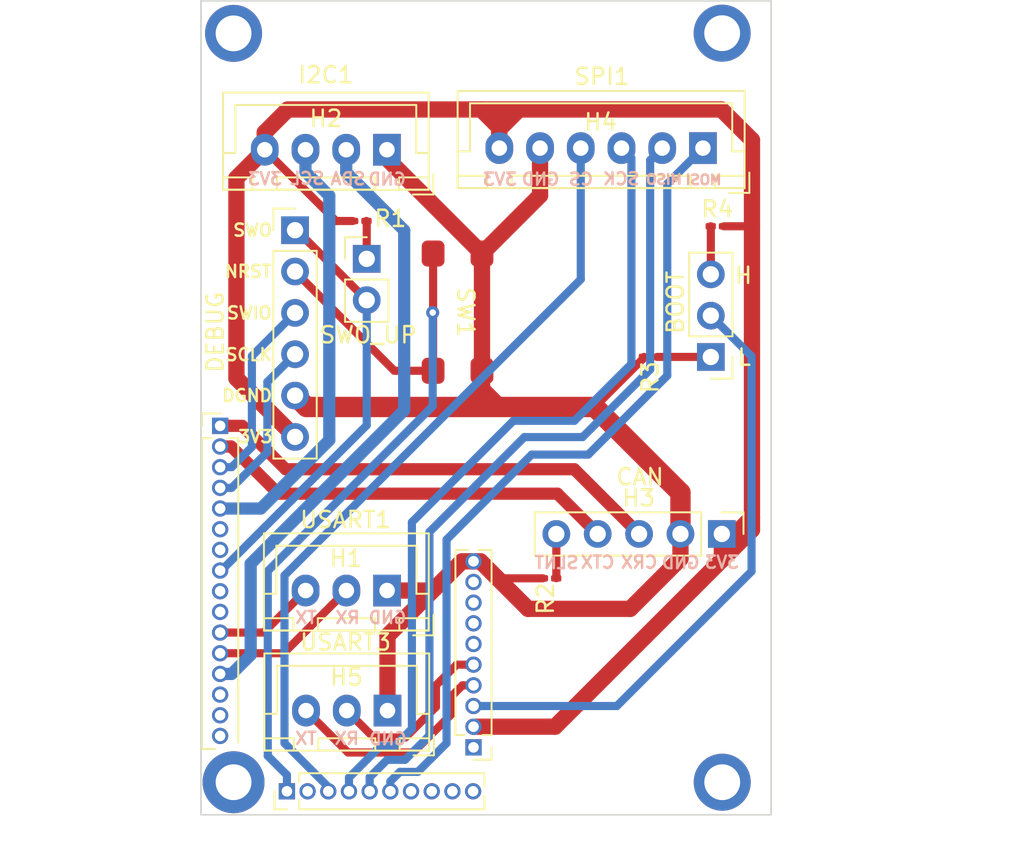
<source format=kicad_pcb>
(kicad_pcb (version 20221018) (generator pcbnew)
  (layers (0 "F.Cu" signal) (31 "B.Cu" signal) (34 "B.Paste" user) (35 "F.Paste" user) (36 "B.SilkS" user "B.Silkscreen") (37 "F.SilkS" user "F.Silkscreen") (38 "B.Mask" user) (39 "F.Mask" user) (44 "Edge.Cuts" user))
  (net 0 "")
  (net 1 "DGND")
  (net 2 "NRST")
  (net 3 "PA3")
  (net 4 "PC4")
  (net 5 "PB0")
  (net 6 "PB1")
  (net 7 "PB2")
  (net 8 "BOOT")
  (net 9 "3V3")
  (net 10 "I2C1_SCL")
  (net 11 "I2C1_SDA")
  (net 12 "CAN_TX")
  (net 13 "CAN_RX")
  (net 20 "UART1TX")
  (net 21 "UART1RX")
  (net 22 "PA5_SPI1_SCK")
  (net 23 "PA6_SPI1_MISO")
  (net 24 "PA7_SPI1_MOSI")
  (net 25 "PA4_SPI1_SS")
  (net 26 "UART3RX")
  (net 27 "UART3TX")
  (net 28 "SWO")
  (net 29 "SWDIO")
  (net 30 "SWCLK")
  (net 36 "Net-(JP0-Pin_3)")
  (net 37 "Net-(H3-Pin_5)")
  (net 38 "Net-(JP0-Pin_1)")
  (net 39 "Net-(JP1-A)")
  (footprint "Resistor_SMD:R_0201_0603Metric_Pad0.64x0.40mm_HandSolder" (layer "F.Cu") (at 146.575 102.725 180)
    (fp_text reference "R3" (at 0.025 -1.25 90) (layer "F.SilkS"))
    (fp_text value "10k")
    (pad "1" smd roundrect (at -0.4075 0 180) (size 0.635 0.4) (layers "F.Cu" "F.Mask") (net 38 "Net-(JP0-Pin_1)"))
    (pad "2" smd roundrect (at 0.4075 0 180) (size 0.635 0.4) (layers "F.Cu" "F.Mask") (net 1 "DGND"))
  )
  (footprint "MountingHole:MountingHole_2.2mm_M2_ISO7380_Pad" (layer "F.Cu") (at 150.975 128.85)
    (fp_text reference "M2" hide)
    (fp_text value "MountingHole_2.2mm_M2_ISO7380_Pad")
    (pad "1" thru_hole circle locked (at 0 0) (size 3.5 3.5) (drill 2.2) (layers "*.Cu" "*.Mask"))
  )
  (footprint "Connector_JST:JST_XH_B4B-XH-A_1x04_P2.50mm_Vertical" (layer "F.Cu") (at 130.39 89.998 180)
    (fp_text reference "H2" (at 3.75 1.92) (layer "F.SilkS"))
    (fp_text value "I2C1" (at 3.75 4.6) (layer "F.SilkS"))
    (fp_line (start -2.85 -2.75) (end -2.85 -1.5) (stroke (width 0.12)) (layer "F.SilkS"))
    (fp_line (start -2.56 -2.46) (end -2.56 3.51) (stroke (width 0.12)) (layer "F.SilkS"))
    (fp_line (start -2.56 3.51) (end 10.06 3.51) (stroke (width 0.12)) (layer "F.SilkS"))
    (fp_line (start -2.55 -2.45) (end -2.55 -1.7) (stroke (width 0.12)) (layer "F.SilkS"))
    (fp_line (start -2.55 -1.7) (end -0.75 -1.7) (stroke (width 0.12)) (layer "F.SilkS"))
    (fp_line (start -2.55 -0.2) (end -1.8 -0.2) (stroke (width 0.12)) (layer "F.SilkS"))
    (fp_line (start -1.8 -0.2) (end -1.8 2.75) (stroke (width 0.12)) (layer "F.SilkS"))
    (fp_line (start -1.8 2.75) (end 3.75 2.75) (stroke (width 0.12)) (layer "F.SilkS"))
    (fp_line (start -1.6 -2.75) (end -2.85 -2.75) (stroke (width 0.12)) (layer "F.SilkS"))
    (fp_line (start -0.75 -2.45) (end -2.55 -2.45) (stroke (width 0.12)) (layer "F.SilkS"))
    (fp_line (start -0.75 -1.7) (end -0.75 -2.45) (stroke (width 0.12)) (layer "F.SilkS"))
    (fp_line (start 0.75 -2.45) (end 0.75 -1.7) (stroke (width 0.12)) (layer "F.SilkS"))
    (fp_line (start 0.75 -1.7) (end 6.75 -1.7) (stroke (width 0.12)) (layer "F.SilkS"))
    (fp_line (start 6.75 -2.45) (end 0.75 -2.45) (stroke (width 0.12)) (layer "F.SilkS"))
    (fp_line (start 6.75 -1.7) (end 6.75 -2.45) (stroke (width 0.12)) (layer "F.SilkS"))
    (fp_line (start 8.25 -2.45) (end 8.25 -1.7) (stroke (width 0.12)) (layer "F.SilkS"))
    (fp_line (start 8.25 -1.7) (end 10.05 -1.7) (stroke (width 0.12)) (layer "F.SilkS"))
    (fp_line (start 9.3 -0.2) (end 9.3 2.75) (stroke (width 0.12)) (layer "F.SilkS"))
    (fp_line (start 9.3 2.75) (end 3.75 2.75) (stroke (width 0.12)) (layer "F.SilkS"))
    (fp_line (start 10.05 -2.45) (end 8.25 -2.45) (stroke (width 0.12)) (layer "F.SilkS"))
    (fp_line (start 10.05 -1.7) (end 10.05 -2.45) (stroke (width 0.12)) (layer "F.SilkS"))
    (fp_line (start 10.05 -0.2) (end 9.3 -0.2) (stroke (width 0.12)) (layer "F.SilkS"))
    (fp_line (start 10.06 -2.46) (end -2.56 -2.46) (stroke (width 0.12)) (layer "F.SilkS"))
    (fp_line (start 10.06 3.51) (end 10.06 -2.46) (stroke (width 0.12)) (layer "F.SilkS"))
    (pad "1" thru_hole rect (at 0 0 180) (size 1.7 1.95) (drill 0.95) (layers "*.Cu" "*.Mask") (net 1 "DGND"))
    (pad "2" thru_hole oval (at 2.5 0 180) (size 1.7 1.95) (drill 0.95) (layers "*.Cu" "*.Mask") (net 11 "I2C1_SDA"))
    (pad "3" thru_hole oval (at 5 0 180) (size 1.7 1.95) (drill 0.95) (layers "*.Cu" "*.Mask") (net 10 "I2C1_SCL"))
    (pad "4" thru_hole oval (at 7.5 0 180) (size 1.7 1.95) (drill 0.95) (layers "*.Cu" "*.Mask") (net 9 "3V3"))
  )
  (footprint "Connector_PinHeader_2.54mm:PinHeader_1x06_P2.54mm_Vertical" (layer "F.Cu") (at 124.75 94.94)
    (fp_text reference "H6")
    (fp_text value "DEBUG" (at -4.9 6.26 90) (layer "F.SilkS"))
    (fp_line (start -1.33 -1.33) (end 0 -1.33) (stroke (width 0.12)) (layer "F.SilkS"))
    (fp_line (start -1.33 0) (end -1.33 -1.33) (stroke (width 0.12)) (layer "F.SilkS"))
    (fp_line (start -1.33 1.27) (end -1.33 14.03) (stroke (width 0.12)) (layer "F.SilkS"))
    (fp_line (start -1.33 1.27) (end 1.33 1.27) (stroke (width 0.12)) (layer "F.SilkS"))
    (fp_line (start -1.33 14.03) (end 1.33 14.03) (stroke (width 0.12)) (layer "F.SilkS"))
    (fp_line (start 1.33 1.27) (end 1.33 14.03) (stroke (width 0.12)) (layer "F.SilkS"))
    (pad "1" thru_hole rect (at 0 0) (size 1.7 1.7) (drill 1) (layers "*.Cu" "*.Mask") (net 28 "SWO"))
    (pad "2" thru_hole oval (at 0 2.54) (size 1.7 1.7) (drill 1) (layers "*.Cu" "*.Mask") (net 2 "NRST"))
    (pad "3" thru_hole oval (at 0 5.08) (size 1.7 1.7) (drill 1) (layers "*.Cu" "*.Mask") (net 29 "SWDIO"))
    (pad "4" thru_hole oval (at 0 7.62) (size 1.7 1.7) (drill 1) (layers "*.Cu" "*.Mask") (net 30 "SWCLK"))
    (pad "5" thru_hole oval (at 0 10.16) (size 1.7 1.7) (drill 1) (layers "*.Cu" "*.Mask") (net 1 "DGND"))
    (pad "6" thru_hole oval (at 0 12.7) (size 1.7 1.7) (drill 1) (layers "*.Cu" "*.Mask") (net 9 "3V3"))
  )
  (footprint "Connector_JST:JST_XH_B6B-XH-A_1x06_P2.50mm_Vertical" (layer "F.Cu") (at 149.79 89.898 180)
    (fp_text reference "H4" (at 6.28 1.6) (layer "F.SilkS"))
    (fp_text value "SPI1" (at 6.2 4.4) (layer "F.SilkS"))
    (fp_line (start -2.85 -2.75) (end -2.85 -1.5) (stroke (width 0.12)) (layer "F.SilkS"))
    (fp_line (start -2.56 -2.46) (end -2.56 3.51) (stroke (width 0.12)) (layer "F.SilkS"))
    (fp_line (start -2.56 3.51) (end 15.06 3.51) (stroke (width 0.12)) (layer "F.SilkS"))
    (fp_line (start -2.55 -2.45) (end -2.55 -1.7) (stroke (width 0.12)) (layer "F.SilkS"))
    (fp_line (start -2.55 -1.7) (end -0.75 -1.7) (stroke (width 0.12)) (layer "F.SilkS"))
    (fp_line (start -2.55 -0.2) (end -1.8 -0.2) (stroke (width 0.12)) (layer "F.SilkS"))
    (fp_line (start -1.8 -0.2) (end -1.8 2.75) (stroke (width 0.12)) (layer "F.SilkS"))
    (fp_line (start -1.8 2.75) (end 6.25 2.75) (stroke (width 0.12)) (layer "F.SilkS"))
    (fp_line (start -1.6 -2.75) (end -2.85 -2.75) (stroke (width 0.12)) (layer "F.SilkS"))
    (fp_line (start -0.75 -2.45) (end -2.55 -2.45) (stroke (width 0.12)) (layer "F.SilkS"))
    (fp_line (start -0.75 -1.7) (end -0.75 -2.45) (stroke (width 0.12)) (layer "F.SilkS"))
    (fp_line (start 0.75 -2.45) (end 0.75 -1.7) (stroke (width 0.12)) (layer "F.SilkS"))
    (fp_line (start 0.75 -1.7) (end 11.75 -1.7) (stroke (width 0.12)) (layer "F.SilkS"))
    (fp_line (start 11.75 -2.45) (end 0.75 -2.45) (stroke (width 0.12)) (layer "F.SilkS"))
    (fp_line (start 11.75 -1.7) (end 11.75 -2.45) (stroke (width 0.12)) (layer "F.SilkS"))
    (fp_line (start 13.25 -2.45) (end 13.25 -1.7) (stroke (width 0.12)) (layer "F.SilkS"))
    (fp_line (start 13.25 -1.7) (end 15.05 -1.7) (stroke (width 0.12)) (layer "F.SilkS"))
    (fp_line (start 14.3 -0.2) (end 14.3 2.75) (stroke (width 0.12)) (layer "F.SilkS"))
    (fp_line (start 14.3 2.75) (end 6.25 2.75) (stroke (width 0.12)) (layer "F.SilkS"))
    (fp_line (start 15.05 -2.45) (end 13.25 -2.45) (stroke (width 0.12)) (layer "F.SilkS"))
    (fp_line (start 15.05 -1.7) (end 15.05 -2.45) (stroke (width 0.12)) (layer "F.SilkS"))
    (fp_line (start 15.05 -0.2) (end 14.3 -0.2) (stroke (width 0.12)) (layer "F.SilkS"))
    (fp_line (start 15.06 -2.46) (end -2.56 -2.46) (stroke (width 0.12)) (layer "F.SilkS"))
    (fp_line (start 15.06 3.51) (end 15.06 -2.46) (stroke (width 0.12)) (layer "F.SilkS"))
    (pad "1" thru_hole rect (at 0 0 180) (size 1.7 1.95) (drill 0.95) (layers "*.Cu" "*.Mask") (net 24 "PA7_SPI1_MOSI"))
    (pad "2" thru_hole oval (at 2.5 0 180) (size 1.7 1.95) (drill 0.95) (layers "*.Cu" "*.Mask") (net 23 "PA6_SPI1_MISO"))
    (pad "3" thru_hole oval (at 5 0 180) (size 1.7 1.95) (drill 0.95) (layers "*.Cu" "*.Mask") (net 22 "PA5_SPI1_SCK"))
    (pad "4" thru_hole oval (at 7.5 0 180) (size 1.7 1.95) (drill 0.95) (layers "*.Cu" "*.Mask") (net 25 "PA4_SPI1_SS"))
    (pad "5" thru_hole oval (at 10 0 180) (size 1.7 1.95) (drill 0.95) (layers "*.Cu" "*.Mask") (net 1 "DGND"))
    (pad "6" thru_hole oval (at 12.5 0 180) (size 1.7 1.95) (drill 0.95) (layers "*.Cu" "*.Mask") (net 9 "3V3"))
  )
  (footprint "Resistor_SMD:R_0201_0603Metric_Pad0.64x0.40mm_HandSolder" (layer "F.Cu") (at 150.675 94.7)
    (fp_text reference "R4" (at 0 -1.05) (layer "F.SilkS"))
    (fp_text value "10k")
    (pad "1" smd roundrect (at -0.4075 0) (size 0.635 0.4) (layers "F.Cu" "F.Mask") (net 36 "Net-(JP0-Pin_3)"))
    (pad "2" smd roundrect (at 0.4075 0) (size 0.635 0.4) (layers "F.Cu" "F.Mask") (net 9 "3V3"))
  )
  (footprint "Connector_PinHeader_2.54mm:PinHeader_1x03_P2.54mm_Vertical" (layer "F.Cu") (at 150.275 102.73 180)
    (fp_text reference "JP0")
    (fp_text value "BOOT" (at 2.175 3.355 90) (layer "F.SilkS"))
    (fp_line (start -1.33 -1.33) (end 0 -1.33) (stroke (width 0.12)) (layer "F.SilkS"))
    (fp_line (start -1.33 0) (end -1.33 -1.33) (stroke (width 0.12)) (layer "F.SilkS"))
    (fp_line (start -1.33 1.27) (end -1.33 6.41) (stroke (width 0.12)) (layer "F.SilkS"))
    (fp_line (start -1.33 1.27) (end 1.33 1.27) (stroke (width 0.12)) (layer "F.SilkS"))
    (fp_line (start -1.33 6.41) (end 1.33 6.41) (stroke (width 0.12)) (layer "F.SilkS"))
    (fp_line (start 1.33 1.27) (end 1.33 6.41) (stroke (width 0.12)) (layer "F.SilkS"))
    (pad "1" thru_hole rect (at 0 0 180) (size 1.7 1.7) (drill 1) (layers "*.Cu" "*.Mask") (net 38 "Net-(JP0-Pin_1)"))
    (pad "2" thru_hole oval (at 0 2.54 180) (size 1.7 1.7) (drill 1) (layers "*.Cu" "*.Mask") (net 8 "BOOT"))
    (pad "3" thru_hole oval (at 0 5.08 180) (size 1.7 1.7) (drill 1) (layers "*.Cu" "*.Mask") (net 36 "Net-(JP0-Pin_3)"))
  )
  (footprint "Connector_PinHeader_2.54mm:PinHeader_1x05_P2.54mm_Vertical" (layer "F.Cu") (at 150.95 113.6 -90)
    (fp_text reference "H3" (at -2.2 5.1 -180) (layer "F.SilkS"))
    (fp_text value "CAN" (at -3.5 5.025 -180) (layer "F.SilkS"))
    (fp_line (start -1.33 -1.33) (end 0 -1.33) (stroke (width 0.12)) (layer "F.SilkS"))
    (fp_line (start -1.33 0) (end -1.33 -1.33) (stroke (width 0.12)) (layer "F.SilkS"))
    (fp_line (start -1.33 1.27) (end -1.33 11.49) (stroke (width 0.12)) (layer "F.SilkS"))
    (fp_line (start -1.33 1.27) (end 1.33 1.27) (stroke (width 0.12)) (layer "F.SilkS"))
    (fp_line (start -1.33 11.49) (end 1.33 11.49) (stroke (width 0.12)) (layer "F.SilkS"))
    (fp_line (start 1.33 1.27) (end 1.33 11.49) (stroke (width 0.12)) (layer "F.SilkS"))
    (pad "1" thru_hole rect locked (at 0 0 270) (size 1.7 1.7) (drill 1) (layers "*.Cu" "*.Mask") (net 9 "3V3"))
    (pad "2" thru_hole oval locked (at 0 2.54 270) (size 1.7 1.7) (drill 1) (layers "*.Cu" "*.Mask") (net 1 "DGND"))
    (pad "3" thru_hole oval locked (at 0 5.08 270) (size 1.7 1.7) (drill 1) (layers "*.Cu" "*.Mask") (net 13 "CAN_RX"))
    (pad "4" thru_hole oval locked (at 0 7.62 270) (size 1.7 1.7) (drill 1) (layers "*.Cu" "*.Mask") (net 12 "CAN_TX"))
    (pad "5" thru_hole oval locked (at 0 10.16 270) (size 1.7 1.7) (drill 1) (layers "*.Cu" "*.Mask") (net 37 "Net-(H3-Pin_5)"))
  )
  (footprint "Connector_PinHeader_2.54mm:PinHeader_1x02_P2.54mm_Vertical" (layer "F.Cu") (at 129.15 96.7)
    (fp_text reference "JP1")
    (fp_text value "SWO_UP" (at 0.1 4.675) (layer "F.SilkS"))
    (fp_line (start -1.33 -1.33) (end 0 -1.33) (stroke (width 0.12)) (layer "F.SilkS"))
    (fp_line (start -1.33 0) (end -1.33 -1.33) (stroke (width 0.12)) (layer "F.SilkS"))
    (fp_line (start -1.33 1.27) (end -1.33 3.87) (stroke (width 0.12)) (layer "F.SilkS"))
    (fp_line (start -1.33 1.27) (end 1.33 1.27) (stroke (width 0.12)) (layer "F.SilkS"))
    (fp_line (start -1.33 3.87) (end 1.33 3.87) (stroke (width 0.12)) (layer "F.SilkS"))
    (fp_line (start 1.33 1.27) (end 1.33 3.87) (stroke (width 0.12)) (layer "F.SilkS"))
    (pad "1" thru_hole rect (at 0 0) (size 1.7 1.7) (drill 1) (layers "*.Cu" "*.Mask") (net 39 "Net-(JP1-A)"))
    (pad "2" thru_hole oval (at 0 2.54) (size 1.7 1.7) (drill 1) (layers "*.Cu" "*.Mask") (net 28 "SWO"))
  )
  (footprint "MountingHole:MountingHole_2.2mm_M2_ISO7380_Pad" (layer "F.Cu") (at 150.97 82.838)
    (fp_text reference "M4" hide)
    (fp_text value "MountingHole_2.2mm_M2_ISO7380_Pad")
    (pad "1" thru_hole circle locked (at 0 0) (size 3.5 3.5) (drill 2.2) (layers "*.Cu" "*.Mask"))
  )
  (footprint "Connector_JST:JST_XH_B3B-XH-A_1x03_P2.50mm_Vertical" (layer "F.Cu") (at 130.4 117.075 180)
    (fp_text reference "H1" (at 2.525 1.975) (layer "F.SilkS"))
    (fp_text value "USART1" (at 2.55 4.35) (layer "F.SilkS"))
    (fp_line (start -2.85 -2.75) (end -2.85 -1.5) (stroke (width 0.12)) (layer "F.SilkS"))
    (fp_line (start -2.56 -2.46) (end -2.56 3.51) (stroke (width 0.12)) (layer "F.SilkS"))
    (fp_line (start -2.56 3.51) (end 7.56 3.51) (stroke (width 0.12)) (layer "F.SilkS"))
    (fp_line (start -2.55 -2.45) (end -2.55 -1.7) (stroke (width 0.12)) (layer "F.SilkS"))
    (fp_line (start -2.55 -1.7) (end -0.75 -1.7) (stroke (width 0.12)) (layer "F.SilkS"))
    (fp_line (start -2.55 -0.2) (end -1.8 -0.2) (stroke (width 0.12)) (layer "F.SilkS"))
    (fp_line (start -1.8 -0.2) (end -1.8 2.75) (stroke (width 0.12)) (layer "F.SilkS"))
    (fp_line (start -1.8 2.75) (end 2.5 2.75) (stroke (width 0.12)) (layer "F.SilkS"))
    (fp_line (start -1.6 -2.75) (end -2.85 -2.75) (stroke (width 0.12)) (layer "F.SilkS"))
    (fp_line (start -0.75 -2.45) (end -2.55 -2.45) (stroke (width 0.12)) (layer "F.SilkS"))
    (fp_line (start -0.75 -1.7) (end -0.75 -2.45) (stroke (width 0.12)) (layer "F.SilkS"))
    (fp_line (start 0.75 -2.45) (end 0.75 -1.7) (stroke (width 0.12)) (layer "F.SilkS"))
    (fp_line (start 0.75 -1.7) (end 4.25 -1.7) (stroke (width 0.12)) (layer "F.SilkS"))
    (fp_line (start 4.25 -2.45) (end 0.75 -2.45) (stroke (width 0.12)) (layer "F.SilkS"))
    (fp_line (start 4.25 -1.7) (end 4.25 -2.45) (stroke (width 0.12)) (layer "F.SilkS"))
    (fp_line (start 5.75 -2.45) (end 5.75 -1.7) (stroke (width 0.12)) (layer "F.SilkS"))
    (fp_line (start 5.75 -1.7) (end 7.55 -1.7) (stroke (width 0.12)) (layer "F.SilkS"))
    (fp_line (start 6.8 -0.2) (end 6.8 2.75) (stroke (width 0.12)) (layer "F.SilkS"))
    (fp_line (start 6.8 2.75) (end 2.5 2.75) (stroke (width 0.12)) (layer "F.SilkS"))
    (fp_line (start 7.55 -2.45) (end 5.75 -2.45) (stroke (width 0.12)) (layer "F.SilkS"))
    (fp_line (start 7.55 -1.7) (end 7.55 -2.45) (stroke (width 0.12)) (layer "F.SilkS"))
    (fp_line (start 7.55 -0.2) (end 6.8 -0.2) (stroke (width 0.12)) (layer "F.SilkS"))
    (fp_line (start 7.56 -2.46) (end -2.56 -2.46) (stroke (width 0.12)) (layer "F.SilkS"))
    (fp_line (start 7.56 3.51) (end 7.56 -2.46) (stroke (width 0.12)) (layer "F.SilkS"))
    (pad "1" thru_hole rect (at 0 0 180) (size 1.7 1.95) (drill 0.95) (layers "*.Cu" "*.Mask") (net 1 "DGND"))
    (pad "2" thru_hole oval (at 2.5 0 180) (size 1.7 1.95) (drill 0.95) (layers "*.Cu" "*.Mask") (net 21 "UART1RX"))
    (pad "3" thru_hole oval (at 5 0 180) (size 1.7 1.95) (drill 0.95) (layers "*.Cu" "*.Mask") (net 20 "UART1TX"))
  )
  (footprint "Platform Footprints:QVADRANS_V1_headers" (layer "F.Cu") (at 120.15 126.008)
    (fp_text reference "U1" hide)
    (fp_text value "~")
    (fp_line (start -1.11 -19.81) (end 0 -19.81) (stroke (width 0.12)) (layer "F.SilkS"))
    (fp_line (start -1.11 -19.05) (end -1.11 -19.81) (stroke (width 0.12)) (layer "F.SilkS"))
    (fp_line (start -1.11 -18.29) (end -1.11 0.8) (stroke (width 0.12)) (layer "F.SilkS"))
    (fp_line (start -1.11 -18.29) (end -0.563471 -18.29) (stroke (width 0.12)) (layer "F.SilkS"))
    (fp_line (start -1.11 0.8) (end -0.30753 0.8) (stroke (width 0.12)) (layer "F.SilkS"))
    (fp_line (start 0.563471 -18.29) (end 1.11 -18.29) (stroke (width 0.12)) (layer "F.SilkS"))
    (fp_line (start 1.11 -18.29) (end 1.11 0.4) (stroke (width 0.12)) (layer "F.SilkS"))
    (fp_line (start 3.34 4.51) (end 3.34 3.4) (stroke (width 0.12)) (layer "F.SilkS"))
    (fp_line (start 4.1 4.51) (end 3.34 4.51) (stroke (width 0.12)) (layer "F.SilkS"))
    (fp_line (start 4.86 2.29) (end 16.225 2.29) (stroke (width 0.12)) (layer "F.SilkS"))
    (fp_line (start 4.86 2.836529) (end 4.86 2.29) (stroke (width 0.12)) (layer "F.SilkS"))
    (fp_line (start 4.86 4.51) (end 4.86 3.963471) (stroke (width 0.12)) (layer "F.SilkS"))
    (fp_line (start 4.86 4.51) (end 16.225 4.51) (stroke (width 0.12)) (layer "F.SilkS"))
    (fp_line (start 14.445 -0.058) (end 14.445 -11.423) (stroke (width 0.12)) (layer "F.SilkS"))
    (fp_line (start 14.991529 -0.058) (end 14.445 -0.058) (stroke (width 0.12)) (layer "F.SilkS"))
    (fp_line (start 15.24747 -11.423) (end 14.445 -11.423) (stroke (width 0.12)) (layer "F.SilkS"))
    (fp_line (start 16.225 3.09247) (end 16.225 2.29) (stroke (width 0.12)) (layer "F.SilkS"))
    (fp_line (start 16.225 4.51) (end 16.225 3.70753) (stroke (width 0.12)) (layer "F.SilkS"))
    (fp_line (start 16.665 -11.423) (end 15.86253 -11.423) (stroke (width 0.12)) (layer "F.SilkS"))
    (fp_line (start 16.665 -0.058) (end 16.118471 -0.058) (stroke (width 0.12)) (layer "F.SilkS"))
    (fp_line (start 16.665 -0.058) (end 16.665 -11.423) (stroke (width 0.12)) (layer "F.SilkS"))
    (fp_line (start 16.665 0.702) (end 16.665 1.462) (stroke (width 0.12)) (layer "F.SilkS"))
    (fp_line (start 16.665 1.462) (end 15.555 1.462) (stroke (width 0.12)) (layer "F.SilkS"))
    (pad "3V3" thru_hole oval locked (at 15.555 -0.568 180) (size 1 1) (drill 0.65) (layers "*.Cu" "*.Mask") (net 9 "3V3"))
    (pad "5V" thru_hole oval locked (at 15.555 -9.458 180) (size 1 1) (drill 0.65) (layers "*.Cu" "*.Mask"))
    (pad "12V" thru_hole oval locked (at 15.555 -8.188 180) (size 1 1) (drill 0.65) (layers "*.Cu" "*.Mask"))
    (pad "BOOT" thru_hole oval locked (at 15.555 -1.838 180) (size 1 1) (drill 0.65) (layers "*.Cu" "*.Mask") (net 8 "BOOT"))
    (pad "DGND" thru_hole oval locked (at 15.555 -10.728 180) (size 1 1) (drill 0.65) (layers "*.Cu" "*.Mask") (net 1 "DGND"))
    (pad "DGND" thru_hole rect locked (at 15.555 0.702 180) (size 1 1) (drill 0.65) (layers "*.Cu" "*.Mask") (net 1 "DGND"))
    (pad "NRST" thru_hole rect locked (at 4.1 3.4 90) (size 1 1) (drill 0.65) (layers "*.Cu" "*.Mask") (net 2 "NRST"))
    (pad "PA3" thru_hole oval locked (at 5.37 3.4 90) (size 1 1) (drill 0.65) (layers "*.Cu" "*.Mask") (net 3 "PA3"))
    (pad "PA4" thru_hole oval locked (at 6.64 3.4 90) (size 1 1) (drill 0.65) (layers "*.Cu" "*.Mask") (net 25 "PA4_SPI1_SS"))
    (pad "PA5" thru_hole oval locked (at 7.91 3.4 90) (size 1 1) (drill 0.65) (layers "*.Cu" "*.Mask") (net 22 "PA5_SPI1_SCK"))
    (pad "PA6" thru_hole oval locked (at 9.18 3.4 90) (size 1 1) (drill 0.65) (layers "*.Cu" "*.Mask") (net 23 "PA6_SPI1_MISO"))
    (pad "PA7" thru_hole oval locked (at 10.45 3.4 90) (size 1 1) (drill 0.65) (layers "*.Cu" "*.Mask") (net 24 "PA7_SPI1_MOSI"))
    (pad "PA11" thru_hole rect locked (at 0 -19.05) (size 1 1) (drill 0.65) (layers "*.Cu" "*.Mask") (net 13 "CAN_RX"))
    (pad "PA12" thru_hole oval locked (at 0 -17.78) (size 1 1) (drill 0.65) (layers "*.Cu" "*.Mask") (net 12 "CAN_TX"))
    (pad "PA13" thru_hole oval locked (at 0 -16.51) (size 1 1) (drill 0.65) (layers "*.Cu" "*.Mask") (net 29 "SWDIO"))
    (pad "PA14" thru_hole oval locked (at 0 -15.24) (size 1 1) (drill 0.65) (layers "*.Cu" "*.Mask") (net 30 "SWCLK"))
    (pad "PA15" thru_hole oval locked (at 0 -13.97) (size 1 1) (drill 0.65) (layers "*.Cu" "*.Mask") (net 10 "I2C1_SCL"))
    (pad "PB0" thru_hole oval locked (at 12.99 3.4 90) (size 1 1) (drill 0.65) (layers "*.Cu" "*.Mask") (net 5 "PB0"))
    (pad "PB1" thru_hole oval locked (at 14.26 3.4 90) (size 1 1) (drill 0.65) (layers "*.Cu" "*.Mask") (net 6 "PB1"))
    (pad "PB2" thru_hole oval locked (at 15.53 3.4 90) (size 1 1) (drill 0.65) (layers "*.Cu" "*.Mask") (net 7 "PB2"))
    (pad "PB3" thru_hole oval locked (at 0 -10.16) (size 1 1) (drill 0.65) (layers "*.Cu" "*.Mask") (net 28 "SWO"))
    (pad "PB4" thru_hole oval locked (at 0 -8.89) (size 1 1) (drill 0.65) (layers "*.Cu" "*.Mask"))
    (pad "PB5" thru_hole oval locked (at 0 -7.62) (size 1 1) (drill 0.65) (layers "*.Cu" "*.Mask"))
    (pad "PB6" thru_hole oval locked (at 0 -6.35) (size 1 1) (drill 0.65) (layers "*.Cu" "*.Mask") (net 20 "UART1TX"))
    (pad "PB7" thru_hole oval locked (at 0 -5.08) (size 1 1) (drill 0.65) (layers "*.Cu" "*.Mask") (net 21 "UART1RX"))
    (pad "PB9" thru_hole oval locked (at 0 -3.81) (size 1 1) (drill 0.65) (layers "*.Cu" "*.Mask") (net 11 "I2C1_SDA"))
    (pad "PB10" thru_hole oval locked (at 15.555 -3.108 180) (size 1 1) (drill 0.65) (layers "*.Cu" "*.Mask") (net 27 "UART3TX"))
    (pad "PB11" thru_hole oval locked (at 15.555 -4.378 180) (size 1 1) (drill 0.65) (layers "*.Cu" "*.Mask") (net 26 "UART3RX"))
    (pad "PB12" thru_hole oval locked (at 15.555 -5.648 180) (size 1 1) (drill 0.65) (layers "*.Cu" "*.Mask"))
    (pad "PC4" thru_hole oval locked (at 11.72 3.4 90) (size 1 1) (drill 0.65) (layers "*.Cu" "*.Mask") (net 4 "PC4"))
    (pad "PC6" thru_hole oval locked (at 15.555 -6.918 180) (size 1 1) (drill 0.65) (layers "*.Cu" "*.Mask"))
    (pad "PC10" thru_hole oval locked (at 0 -12.7) (size 1 1) (drill 0.65) (layers "*.Cu" "*.Mask"))
    (pad "PC11" thru_hole oval locked (at 0 -11.43) (size 1 1) (drill 0.65) (layers "*.Cu" "*.Mask"))
    (pad "PC13" thru_hole oval locked (at 0 -2.54) (size 1 1) (drill 0.65) (layers "*.Cu" "*.Mask"))
    (pad "PC14" thru_hole oval locked (at 0 -1.27) (size 1 1) (drill 0.65) (layers "*.Cu" "*.Mask"))
    (pad "PC15" thru_hole oval locked (at 0 0) (size 1 1) (drill 0.65) (layers "*.Cu" "*.Mask"))
  )
  (footprint "Connector_JST:JST_XH_B3B-XH-A_1x03_P2.50mm_Vertical" (layer "F.Cu") (at 130.425 124.45 180)
    (fp_text reference "H5" (at 2.525 2.05) (layer "F.SilkS"))
    (fp_text value "USART3" (at 2.575 4.2) (layer "F.SilkS"))
    (fp_line (start -2.85 -2.75) (end -2.85 -1.5) (stroke (width 0.12)) (layer "F.SilkS"))
    (fp_line (start -2.56 -2.46) (end -2.56 3.51) (stroke (width 0.12)) (layer "F.SilkS"))
    (fp_line (start -2.56 3.51) (end 7.56 3.51) (stroke (width 0.12)) (layer "F.SilkS"))
    (fp_line (start -2.55 -2.45) (end -2.55 -1.7) (stroke (width 0.12)) (layer "F.SilkS"))
    (fp_line (start -2.55 -1.7) (end -0.75 -1.7) (stroke (width 0.12)) (layer "F.SilkS"))
    (fp_line (start -2.55 -0.2) (end -1.8 -0.2) (stroke (width 0.12)) (layer "F.SilkS"))
    (fp_line (start -1.8 -0.2) (end -1.8 2.75) (stroke (width 0.12)) (layer "F.SilkS"))
    (fp_line (start -1.8 2.75) (end 2.5 2.75) (stroke (width 0.12)) (layer "F.SilkS"))
    (fp_line (start -1.6 -2.75) (end -2.85 -2.75) (stroke (width 0.12)) (layer "F.SilkS"))
    (fp_line (start -0.75 -2.45) (end -2.55 -2.45) (stroke (width 0.12)) (layer "F.SilkS"))
    (fp_line (start -0.75 -1.7) (end -0.75 -2.45) (stroke (width 0.12)) (layer "F.SilkS"))
    (fp_line (start 0.75 -2.45) (end 0.75 -1.7) (stroke (width 0.12)) (layer "F.SilkS"))
    (fp_line (start 0.75 -1.7) (end 4.25 -1.7) (stroke (width 0.12)) (layer "F.SilkS"))
    (fp_line (start 4.25 -2.45) (end 0.75 -2.45) (stroke (width 0.12)) (layer "F.SilkS"))
    (fp_line (start 4.25 -1.7) (end 4.25 -2.45) (stroke (width 0.12)) (layer "F.SilkS"))
    (fp_line (start 5.75 -2.45) (end 5.75 -1.7) (stroke (width 0.12)) (layer "F.SilkS"))
    (fp_line (start 5.75 -1.7) (end 7.55 -1.7) (stroke (width 0.12)) (layer "F.SilkS"))
    (fp_line (start 6.8 -0.2) (end 6.8 2.75) (stroke (width 0.12)) (layer "F.SilkS"))
    (fp_line (start 6.8 2.75) (end 2.5 2.75) (stroke (width 0.12)) (layer "F.SilkS"))
    (fp_line (start 7.55 -2.45) (end 5.75 -2.45) (stroke (width 0.12)) (layer "F.SilkS"))
    (fp_line (start 7.55 -1.7) (end 7.55 -2.45) (stroke (width 0.12)) (layer "F.SilkS"))
    (fp_line (start 7.55 -0.2) (end 6.8 -0.2) (stroke (width 0.12)) (layer "F.SilkS"))
    (fp_line (start 7.56 -2.46) (end -2.56 -2.46) (stroke (width 0.12)) (layer "F.SilkS"))
    (fp_line (start 7.56 3.51) (end 7.56 -2.46) (stroke (width 0.12)) (layer "F.SilkS"))
    (pad "1" thru_hole rect (at 0 0 180) (size 1.7 1.95) (drill 0.95) (layers "*.Cu" "*.Mask") (net 1 "DGND"))
    (pad "2" thru_hole oval (at 2.5 0 180) (size 1.7 1.95) (drill 0.95) (layers "*.Cu" "*.Mask") (net 26 "UART3RX"))
    (pad "3" thru_hole oval (at 5 0 180) (size 1.7 1.95) (drill 0.95) (layers "*.Cu" "*.Mask") (net 27 "UART3TX"))
  )
  (footprint "Resistor_SMD:R_0201_0603Metric_Pad0.64x0.40mm_HandSolder" (layer "F.Cu") (at 128.725 94.375 180)
    (fp_text reference "R1" (at -1.875 0.15) (layer "F.SilkS"))
    (fp_text value "10k")
    (pad "1" smd roundrect (at -0.4075 0 180) (size 0.635 0.4) (layers "F.Cu" "F.Mask") (net 39 "Net-(JP1-A)"))
    (pad "2" smd roundrect (at 0.4075 0 180) (size 0.635 0.4) (layers "F.Cu" "F.Mask") (net 9 "3V3"))
  )
  (footprint "MountingHole:MountingHole_2.2mm_M2_ISO7380_Pad" (layer "F.Cu") (at 120.975 82.85)
    (fp_text reference "M3" hide)
    (fp_text value "MountingHole_2.2mm_M2_ISO7380_Pad")
    (pad "1" thru_hole circle locked (at 0 0) (size 3.5 3.5) (drill 2.2) (layers "*.Cu" "*.Mask"))
  )
  (footprint "Resistor_SMD:R_0201_0603Metric_Pad0.64x0.40mm_HandSolder" (layer "F.Cu") (at 140.375 116.325 180)
    (fp_text reference "R2" (at 0.25 -1.25 90) (layer "F.SilkS"))
    (fp_text value "10k")
    (pad "1" smd roundrect (at -0.4075 0 180) (size 0.635 0.4) (layers "F.Cu" "F.Mask") (net 37 "Net-(H3-Pin_5)"))
    (pad "2" smd roundrect (at 0.4075 0 180) (size 0.635 0.4) (layers "F.Cu" "F.Mask") (net 1 "DGND"))
  )
  (footprint "Platform Footprints:Button_TTL3305_Tact_Switch" (layer "F.Cu") (at 134.725 99.975 -90)
    (fp_text reference "SW1" (at 0 -0.5 -90 unlocked) (layer "F.SilkS"))
    (fp_text value "SW_SPST")
    (pad "1" smd roundrect (at -3.6 1.5 270) (size 1.6 1.4) (layers "F.Cu" "F.Paste" "F.Mask") (net 2 "NRST"))
    (pad "1" smd roundrect (at 3.6 1.5 270) (size 1.6 1.4) (layers "F.Cu" "F.Paste" "F.Mask") (net 2 "NRST"))
    (pad "2" smd roundrect (at -3.6 -1.5 270) (size 1.6 1.4) (layers "F.Cu" "F.Paste" "F.Mask") (net 1 "DGND"))
    (pad "2" smd roundrect (at 3.6 -1.5 270) (size 1.6 1.4) (layers "F.Cu" "F.Paste" "F.Mask") (net 1 "DGND"))
  )
  (footprint "MountingHole:MountingHole_2.2mm_M2_DIN965_Pad" (layer "F.Cu") (at 120.975 128.85)
    (fp_text reference "M1" hide)
    (fp_text value "MountingHole_2.2mm_M2_DIN965_Pad")
    (pad "1" thru_hole circle locked (at 0 0) (size 3.8 3.8) (drill 2.2) (layers "*.Cu" "*.Mask"))
  )
  (gr_line (start 153.975 80.85) (end 153.975 130.85) (stroke (width 0.1)) (layer "Edge.Cuts"))
  (gr_line (start 153.975 130.85) (end 118.975 130.85) (stroke (width 0.1)) (layer "Edge.Cuts"))
  (gr_line (start 118.975 80.85) (end 153.975 80.85) (stroke (width 0.1)) (layer "Edge.Cuts"))
  (gr_line (start 118.975 130.85) (end 118.975 80.85) (stroke (width 0.1)) (layer "Edge.Cuts"))
  (gr_text "GND" (at 130.425 119.175) (layer "B.SilkS") (effects (font (size 0.75 0.75)) (justify bottom mirror)))
  (gr_text "3V3" (at 150.95 115.775) (layer "B.SilkS") (effects (font (size 0.75 0.75)) (justify bottom mirror)))
  (gr_text "SCL\n" (at 125.5 92.2) (layer "B.SilkS") (effects (font (size 0.75 0.75)) (justify bottom mirror)))
  (gr_text "MOSI" (at 149.825 92.2) (layer "B.SilkS") (effects (font (size 0.6 0.6)) (justify bottom mirror)))
  (gr_text "3V3" (at 137.325 92.25) (layer "B.SilkS") (effects (font (size 0.75 0.75)) (justify bottom mirror)))
  (gr_text "SCK" (at 144.775 92.225) (layer "B.SilkS") (effects (font (size 0.75 0.75)) (justify bottom mirror)))
  (gr_text "GND" (at 148.425 115.8) (layer "B.SilkS") (effects (font (size 0.75 0.75)) (justify bottom mirror)))
  (gr_text "CTX" (at 143.325 115.775) (layer "B.SilkS") (effects (font (size 0.75 0.75)) (justify bottom mirror)))
  (gr_text "3V3" (at 122.9 92.225) (layer "B.SilkS") (effects (font (size 0.75 0.75)) (justify bottom mirror)))
  (gr_text "MISO" (at 147.4 92.175) (layer "B.SilkS") (effects (font (size 0.6 0.6)) (justify bottom mirror)))
  (gr_text "SDA" (at 128 92.225) (layer "B.SilkS") (effects (font (size 0.75 0.75)) (justify bottom mirror)))
  (gr_text "CS" (at 142.3 92.25) (layer "B.SilkS") (effects (font (size 0.75 0.75)) (justify bottom mirror)))
  (gr_text "GND" (at 139.825 92.25) (layer "B.SilkS") (effects (font (size 0.75 0.75)) (justify bottom mirror)))
  (gr_text "TX" (at 125.425 119.175) (layer "B.SilkS") (effects (font (size 0.75 0.75)) (justify bottom mirror)))
  (gr_text "RX" (at 127.925 126.6) (layer "B.SilkS") (effects (font (size 0.75 0.75)) (justify bottom mirror)))
  (gr_text "CRX" (at 145.875 115.775) (layer "B.SilkS") (effects (font (size 0.75 0.75)) (justify bottom mirror)))
  (gr_text "GND" (at 130.4 92.25) (layer "B.SilkS") (effects (font (size 0.75 0.75)) (justify bottom mirror)))
  (gr_text "TX" (at 125.425 126.6) (layer "B.SilkS") (effects (font (size 0.75 0.75)) (justify bottom mirror)))
  (gr_text "RX" (at 127.975 119.175) (layer "B.SilkS") (effects (font (size 0.75 0.75)) (justify bottom mirror)))
  (gr_text "GND" (at 130.45 126.625) (layer "B.SilkS") (effects (font (size 0.75 0.75)) (justify bottom mirror)))
  (gr_text "SLNT" (at 140.8 115.8) (layer "B.SilkS") (effects (font (size 0.75 0.75)) (justify bottom mirror)))
  (gr_text "NRST" (at 123.375 97.475) (layer "F.SilkS") (effects (font (size 0.75 0.75)) (justify right)))
  (gr_text "SWIO" (at 123.4 100.025) (layer "F.SilkS") (effects (font (size 0.75 0.75)) (justify right)))
  (gr_text "H" (at 152.275 97.725) (layer "F.SilkS") (effects (font (size 1 1))))
  (gr_text "L" (at 152.325 102.75) (layer "F.SilkS") (effects (font (size 1 1))))
  (gr_text "DGND" (at 123.425 105.1) (layer "F.SilkS") (effects (font (size 0.75 0.75)) (justify right)))
  (gr_text "3V3" (at 123.45 107.625) (layer "F.SilkS") (effects (font (size 0.75 0.75)) (justify right)))
  (gr_text "SWO" (at 123.42 94.94) (layer "F.SilkS") (effects (font (size 0.75 0.75)) (justify right)))
  (gr_text "SCLK" (at 123.42 102.59) (layer "F.SilkS") (effects (font (size 0.75 0.75)) (justify right)))
  (segment (start 139.052057 118.2) (end 136.132057 115.28) (width 1) (layer "F.Cu") (net 1))
  (segment (start 124.75 105.1) (end 125.45 105.8) (width 1.25) (layer "F.Cu") (net 1))
  (segment (start 135.705 115.28) (end 134.997894 115.28) (width 1) (layer "F.Cu") (net 1))
  (segment (start 143.147 105.8) (end 148.41 111.063) (width 1.25) (layer "F.Cu") (net 1))
  (segment (start 148.41 111.063) (end 148.41 113.6) (width 1.25) (layer "F.Cu") (net 1))
  (segment (start 140.8 105.8) (end 143.147 105.8) (width 1.25) (layer "F.Cu") (net 1))
  (segment (start 137.177056 116.325) (end 139.9675 116.325) (width 0.5) (layer "F.Cu") (net 1))
  (segment (start 145.325 118.2) (end 139.052057 118.2) (width 1) (layer "F.Cu") (net 1))
  (segment (start 136.225 104.7) (end 137.325 105.8) (width 1) (layer "F.Cu") (net 1))
  (segment (start 148.41 115.115) (end 145.325 118.2) (width 1) (layer "F.Cu") (net 1))
  (segment (start 130.425 119.852894) (end 130.425 124.45) (width 1) (layer "F.Cu") (net 1))
  (segment (start 148.41 113.6) (end 148.41 115.115) (width 1) (layer "F.Cu") (net 1))
  (segment (start 146.1675 102.7795) (end 143.147 105.8) (width 0.5) (layer "F.Cu") (net 1))
  (segment (start 125.45 105.8) (end 140.8 105.8) (width 1.25) (layer "F.Cu") (net 1))
  (segment (start 136.225 104.675) (end 136.225 103.575) (width 1) (layer "F.Cu") (net 1))
  (segment (start 136.132057 115.28) (end 135.705 115.28) (width 1) (layer "F.Cu") (net 1))
  (segment (start 136.225 103.575) (end 136.225 104.7) (width 1) (layer "F.Cu") (net 1))
  (segment (start 130.4 117.075) (end 133.202894 117.075) (width 1) (layer "F.Cu") (net 1))
  (segment (start 136.225 96.375) (end 139.79 92.81) (width 1) (layer "F.Cu") (net 1))
  (segment (start 135.1 105.8) (end 136.225 104.675) (width 1) (layer "F.Cu") (net 1))
  (segment (start 146.1675 102.725) (end 146.1675 102.7795) (width 0.5) (layer "F.Cu") (net 1))
  (segment (start 139.79 92.81) (end 139.79 89.898) (width 1) (layer "F.Cu") (net 1))
  (segment (start 134.997894 115.28) (end 130.425 119.852894) (width 1) (layer "F.Cu") (net 1))
  (segment (start 130.39 89.998) (end 130.39 90.54) (width 1) (layer "F.Cu") (net 1))
  (segment (start 130.39 90.54) (end 136.225 96.375) (width 1) (layer "F.Cu") (net 1))
  (segment (start 136.225 96.375) (end 136.225 103.575) (width 1) (layer "F.Cu") (net 1))
  (segment (start 130.845 103.575) (end 133.225 103.575) (width 0.5) (layer "F.Cu") (net 2))
  (segment (start 124.75 97.48) (end 130.845 103.575) (width 0.5) (layer "F.Cu") (net 2))
  (segment (start 133.225 100.025) (end 133.225 103.575) (width 0.5) (layer "F.Cu") (net 2))
  (segment (start 133.225 99.975) (end 133.2 100) (width 0.5) (layer "F.Cu") (net 2))
  (segment (start 133.2 100) (end 133.225 100.025) (width 0.5) (layer "F.Cu") (net 2))
  (segment (start 133.225 96.375) (end 133.225 99.975) (width 0.5) (layer "F.Cu") (net 2))
  (via (at 133.2 100) (size 0.8) (drill 0.4) (layers "F.Cu" "B.Cu") (net 2))
  (segment (start 133.2 105.75) (end 133.2 100) (width 0.5) (layer "B.Cu") (net 2))
  (segment (start 123.075 115.875) (end 133.2 105.75) (width 0.5) (layer "B.Cu") (net 2))
  (segment (start 124.25 129.408) (end 124.25 128.408) (width 0.5) (layer "B.Cu") (net 2))
  (segment (start 124.25 128.408) (end 123.075 127.233) (width 0.5) (layer "B.Cu") (net 2))
  (segment (start 123.075 127.233) (end 123.075 115.875) (width 0.5) (layer "B.Cu") (net 2))
  (segment (start 135.705 124.17) (end 144.505 124.17) (width 0.5) (layer "B.Cu") (net 8))
  (segment (start 144.505 124.17) (end 152.775 115.9) (width 0.5) (layer "B.Cu") (net 8))
  (segment (start 152.775 115.9) (end 152.775 102.69) (width 0.5) (layer "B.Cu") (net 8))
  (segment (start 152.775 102.69) (end 150.275 100.19) (width 0.5) (layer "B.Cu") (net 8))
  (segment (start 152.8 89.4) (end 152.8 94.7) (width 1) (layer "F.Cu") (net 9))
  (segment (start 140.71 125.44) (end 150.95 115.2) (width 1) (layer "F.Cu") (net 9))
  (segment (start 124.75 107.64) (end 121.15 104.04) (width 1) (layer "F.Cu") (net 9))
  (segment (start 122.89 89.998) (end 122.89 88.935) (width 1) (layer "F.Cu") (net 9))
  (segment (start 138.425 87.6) (end 137.29 88.735) (width 1) (layer "F.Cu") (net 9))
  (segment (start 137.29 88.64) (end 137.29 89.898) (width 1) (layer "F.Cu") (net 9))
  (segment (start 122.89 88.935) (end 124.3 87.525) (width 1) (layer "F.Cu") (net 9))
  (segment (start 151.775 113.6) (end 150.95 113.6) (width 1) (layer "F.Cu") (net 9))
  (segment (start 151.0825 94.7) (end 152.8 94.7) (width 0.5) (layer "F.Cu") (net 9))
  (segment (start 150.95 115.2) (end 152.8 113.35) (width 1) (layer "F.Cu") (net 9))
  (segment (start 136.175 87.525) (end 137.29 88.64) (width 1) (layer "F.Cu") (net 9))
  (segment (start 152.8 113.35) (end 152.8 94.7) (width 1) (layer "F.Cu") (net 9))
  (segment (start 135.705 125.44) (end 140.71 125.44) (width 1) (layer "F.Cu") (net 9))
  (segment (start 137.29 88.735) (end 137.29 89.898) (width 1) (layer "F.Cu") (net 9))
  (segment (start 150.925 87.525) (end 152.8 89.4) (width 1) (layer "F.Cu") (net 9))
  (segment (start 121.15 91.738) (end 122.89 89.998) (width 1) (layer "F.Cu") (net 9))
  (segment (start 152.8 112.575) (end 151.775 113.6) (width 1) (layer "F.Cu") (net 9))
  (segment (start 122.89 89.998) (end 127.267 94.375) (width 0.5) (layer "F.Cu") (net 9))
  (segment (start 127.267 94.375) (end 128.2925 94.375) (width 0.5) (layer "F.Cu") (net 9))
  (segment (start 121.15 104.04) (end 121.15 91.738) (width 1) (layer "F.Cu") (net 9))
  (segment (start 124.3 87.525) (end 150.925 87.525) (width 1) (layer "F.Cu") (net 9))
  (segment (start 150.95 115.2) (end 150.95 113.6) (width 1) (layer "F.Cu") (net 9))
  (segment (start 125.39 89.998) (end 125.39 91.365) (width 0.75) (layer "B.Cu") (net 10))
  (segment (start 126.85 92.825) (end 126.85 107.8375) (width 0.75) (layer "B.Cu") (net 10))
  (segment (start 125.39 91.365) (end 126.85 92.825) (width 0.75) (layer "B.Cu") (net 10))
  (segment (start 126.85 107.8375) (end 122.6495 112.038) (width 0.75) (layer "B.Cu") (net 10))
  (segment (start 122.6495 112.038) (end 120.15 112.038) (width 0.75) (layer "B.Cu") (net 10))
  (segment (start 131.45 94.95) (end 131.45 106) (width 0.75) (layer "B.Cu") (net 11))
  (segment (start 122.025 115.425) (end 122.025 121.030106) (width 0.75) (layer "B.Cu") (net 11))
  (segment (start 131.45 106) (end 122.025 115.425) (width 0.75) (layer "B.Cu") (net 11))
  (segment (start 122.025 121.030106) (end 120.857106 122.198) (width 0.75) (layer "B.Cu") (net 11))
  (segment (start 127.89 89.998) (end 127.89 91.39) (width 0.75) (layer "B.Cu") (net 11))
  (segment (start 120.857106 122.198) (end 120.15 122.198) (width 0.75) (layer "B.Cu") (net 11))
  (segment (start 127.89 91.39) (end 131.45 94.95) (width 0.75) (layer "B.Cu") (net 11))
  (segment (start 123.725 111.125) (end 120.828 108.228) (width 0.75) (layer "F.Cu") (net 12))
  (segment (start 143.33 113.6) (end 140.855 111.125) (width 0.75) (layer "F.Cu") (net 12))
  (segment (start 120.828 108.228) (end 120.15 108.228) (width 0.75) (layer "F.Cu") (net 12))
  (segment (start 140.855 111.125) (end 123.725 111.125) (width 0.75) (layer "F.Cu") (net 12))
  (segment (start 145.87 113.6) (end 141.895 109.625) (width 0.75) (layer "F.Cu") (net 13))
  (segment (start 121.508 106.958) (end 120.15 106.958) (width 0.75) (layer "F.Cu") (net 13))
  (segment (start 141.895 109.625) (end 124.175 109.625) (width 0.75) (layer "F.Cu") (net 13))
  (segment (start 124.175 109.625) (end 121.508 106.958) (width 0.75) (layer "F.Cu") (net 13))
  (segment (start 122.817 119.658) (end 120.15 119.658) (width 0.5) (layer "F.Cu") (net 20))
  (segment (start 125.4 117.075) (end 122.817 119.658) (width 0.5) (layer "F.Cu") (net 20))
  (segment (start 124.047 120.928) (end 127.9 117.075) (width 0.5) (layer "F.Cu") (net 21))
  (segment (start 120.15 120.928) (end 124.047 120.928) (width 0.5) (layer "F.Cu") (net 21))
  (segment (start 145.4 103.15) (end 145.4 90.508) (width 0.5) (layer "B.Cu") (net 22))
  (segment (start 128.06 128.565) (end 130 126.625) (width 0.5) (layer "B.Cu") (net 22))
  (segment (start 131.923 125.5645) (end 131.923 112.877) (width 0.5) (layer "B.Cu") (net 22))
  (segment (start 128.06 129.408) (end 128.06 128.565) (width 0.5) (layer "B.Cu") (net 22))
  (segment (start 141.9 106.65) (end 145.4 103.15) (width 0.5) (layer "B.Cu") (net 22))
  (segment (start 130.8625 126.625) (end 131.923 125.5645) (width 0.5) (layer "B.Cu") (net 22))
  (segment (start 138.15 106.65) (end 141.9 106.65) (width 0.5) (layer "B.Cu") (net 22))
  (segment (start 130 126.625) (end 130.8625 126.625) (width 0.5) (layer "B.Cu") (net 22))
  (segment (start 131.923 112.877) (end 138.15 106.65) (width 0.5) (layer "B.Cu") (net 22))
  (segment (start 145.4 90.508) (end 144.79 89.898) (width 0.5) (layer "B.Cu") (net 22))
  (segment (start 142.4 107.65) (end 146.55 103.5) (width 0.5) (layer "B.Cu") (net 23))
  (segment (start 133 113.475) (end 138.825 107.65) (width 0.5) (layer "B.Cu") (net 23))
  (segment (start 133 125.975) (end 133 113.475) (width 0.5) (layer "B.Cu") (net 23))
  (segment (start 129.33 128.545) (end 130.4 127.475) (width 0.5) (layer "B.Cu") (net 23))
  (segment (start 138.825 107.65) (end 142.4 107.65) (width 0.5) (layer "B.Cu") (net 23))
  (segment (start 146.55 90.638) (end 147.29 89.898) (width 0.5) (layer "B.Cu") (net 23))
  (segment (start 130.4 127.475) (end 131.5 127.475) (width 0.5) (layer "B.Cu") (net 23))
  (segment (start 146.55 103.5) (end 146.55 90.638) (width 0.5) (layer "B.Cu") (net 23))
  (segment (start 129.33 129.408) (end 129.33 128.545) (width 0.5) (layer "B.Cu") (net 23))
  (segment (start 131.5 127.475) (end 133 125.975) (width 0.5) (layer "B.Cu") (net 23))
  (segment (start 130.6 128.8) (end 131.185 128.215) (width 0.5) (layer "B.Cu") (net 24))
  (segment (start 134.05 126.45) (end 134.05 113.95) (width 0.5) (layer "B.Cu") (net 24))
  (segment (start 142.75 108.725) (end 147.6 103.875) (width 0.5) (layer "B.Cu") (net 24))
  (segment (start 134.05 113.95) (end 139.275 108.725) (width 0.5) (layer "B.Cu") (net 24))
  (segment (start 130.6 129.408) (end 130.6 128.8) (width 0.5) (layer "B.Cu") (net 24))
  (segment (start 147.6 103.875) (end 147.6 92.088) (width 0.5) (layer "B.Cu") (net 24))
  (segment (start 131.185 128.215) (end 132.285 128.215) (width 0.5) (layer "B.Cu") (net 24))
  (segment (start 147.6 92.088) (end 149.79 89.898) (width 0.5) (layer "B.Cu") (net 24))
  (segment (start 132.285 128.215) (end 134.05 126.45) (width 0.5) (layer "B.Cu") (net 24))
  (segment (start 139.275 108.725) (end 142.75 108.725) (width 0.5) (layer "B.Cu") (net 24))
  (segment (start 142.29 97.96) (end 142.29 89.898) (width 0.5) (layer "B.Cu") (net 25))
  (segment (start 124.1 116.15) (end 142.29 97.96) (width 0.5) (layer "B.Cu") (net 25))
  (segment (start 126.79 129.408) (end 126.79 129.14) (width 0.5) (layer "B.Cu") (net 25))
  (segment (start 126.79 129.14) (end 124.1 126.45) (width 0.5) (layer "B.Cu") (net 25))
  (segment (start 124.1 126.45) (end 124.1 116.15) (width 0.5) (layer "B.Cu") (net 25))
  (segment (start 127.925 124.45) (end 129.575 126.1) (width 0.5) (layer "F.Cu") (net 26))
  (segment (start 134.67 121.63) (end 135.705 121.63) (width 0.5) (layer "F.Cu") (net 26))
  (segment (start 131.525 126.1) (end 133.4 124.225) (width 0.5) (layer "F.Cu") (net 26))
  (segment (start 133.4 122.9) (end 134.67 121.63) (width 0.5) (layer "F.Cu") (net 26))
  (segment (start 133.4 124.225) (end 133.4 122.9) (width 0.5) (layer "F.Cu") (net 26))
  (segment (start 129.575 126.1) (end 131.525 126.1) (width 0.5) (layer "F.Cu") (net 26))
  (segment (start 134.34 123.585) (end 135.025 122.9) (width 0.5) (layer "F.Cu") (net 27))
  (segment (start 135.025 122.9) (end 135.705 122.9) (width 0.5) (layer "F.Cu") (net 27))
  (segment (start 134.34 124.685) (end 134.34 123.585) (width 0.5) (layer "F.Cu") (net 27))
  (segment (start 128 127.025) (end 132 127.025) (width 0.5) (layer "F.Cu") (net 27))
  (segment (start 132 127.025) (end 134.34 124.685) (width 0.5) (layer "F.Cu") (net 27))
  (segment (start 125.425 124.45) (end 128 127.025) (width 0.5) (layer "F.Cu") (net 27))
  (segment (start 124.85 94.94) (end 124.75 94.94) (width 0.5) (layer "F.Cu") (net 28))
  (segment (start 129.15 99.24) (end 124.85 94.94) (width 0.5) (layer "F.Cu") (net 28))
  (segment (start 120.223503 115.848) (end 129.15 106.921503) (width 0.5) (layer "B.Cu") (net 28))
  (segment (start 129.15 106.921503) (end 129.15 99.24) (width 0.5) (layer "B.Cu") (net 28))
  (segment (start 120.15 115.848) (end 120.223503 115.848) (width 0.5) (layer "B.Cu") (net 28))
  (segment (start 122.1 102.67) (end 124.75 100.02) (width 0.5) (layer "B.Cu") (net 29))
  (segment (start 120.15 109.498) (end 120.857106 109.498) (width 0.5) (layer "B.Cu") (net 29))
  (segment (start 122.1 108.255106) (end 122.1 102.67) (width 0.5) (layer "B.Cu") (net 29))
  (segment (start 120.857106 109.498) (end 122.1 108.255106) (width 0.5) (layer "B.Cu") (net 29))
  (segment (start 120.15 110.768) (end 120.857106 110.768) (width 0.5) (layer "B.Cu") (net 30))
  (segment (start 123.05 104.26) (end 124.75 102.56) (width 0.5) (layer "B.Cu") (net 30))
  (segment (start 120.857106 110.768) (end 123.05 108.575106) (width 0.5) (layer "B.Cu") (net 30))
  (segment (start 123.05 108.575106) (end 123.05 104.26) (width 0.5) (layer "B.Cu") (net 30))
  (segment (start 150.275 94.7075) (end 150.2675 94.7) (width 0.5) (layer "F.Cu") (net 36))
  (segment (start 150.275 97.65) (end 150.275 94.7075) (width 0.5) (layer "F.Cu") (net 36))
  (segment (start 140.79 116.3175) (end 140.79 113.6) (width 0.5) (layer "F.Cu") (net 37))
  (segment (start 140.7825 116.325) (end 140.79 116.3175) (width 0.25) (layer "F.Cu") (net 37))
  (segment (start 146.9825 102.725) (end 150.27 102.725) (width 0.5) (layer "F.Cu") (net 38))
  (segment (start 150.27 102.725) (end 150.275 102.73) (width 0.5) (layer "F.Cu") (net 38))
  (segment (start 129.15 96.7) (end 129.15 94.3925) (width 0.5) (layer "F.Cu") (net 39))
  (segment (start 129.15 94.3925) (end 129.1325 94.375) (width 0.5) (layer "F.Cu") (net 39))
)
</source>
